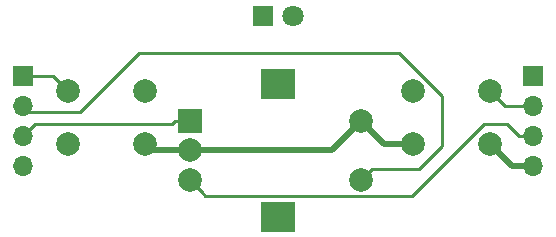
<source format=gbr>
G04 #@! TF.GenerationSoftware,KiCad,Pcbnew,(5.0.2-5)-5*
G04 #@! TF.CreationDate,2019-10-01T20:51:56+03:00*
G04 #@! TF.ProjectId,nav_panel,6e61765f-7061-46e6-956c-2e6b69636164,rev?*
G04 #@! TF.SameCoordinates,Original*
G04 #@! TF.FileFunction,Copper,L1,Top*
G04 #@! TF.FilePolarity,Positive*
%FSLAX46Y46*%
G04 Gerber Fmt 4.6, Leading zero omitted, Abs format (unit mm)*
G04 Created by KiCad (PCBNEW (5.0.2-5)-5) date 2019 October 01, Tuesday 20:51:56*
%MOMM*%
%LPD*%
G01*
G04 APERTURE LIST*
G04 #@! TA.AperFunction,ComponentPad*
%ADD10R,1.800000X1.800000*%
G04 #@! TD*
G04 #@! TA.AperFunction,ComponentPad*
%ADD11C,1.800000*%
G04 #@! TD*
G04 #@! TA.AperFunction,ComponentPad*
%ADD12C,2.000000*%
G04 #@! TD*
G04 #@! TA.AperFunction,ComponentPad*
%ADD13R,3.000000X2.500000*%
G04 #@! TD*
G04 #@! TA.AperFunction,ComponentPad*
%ADD14R,2.000000X2.000000*%
G04 #@! TD*
G04 #@! TA.AperFunction,ComponentPad*
%ADD15R,1.700000X1.700000*%
G04 #@! TD*
G04 #@! TA.AperFunction,ComponentPad*
%ADD16O,1.700000X1.700000*%
G04 #@! TD*
G04 #@! TA.AperFunction,Conductor*
%ADD17C,0.250000*%
G04 #@! TD*
G04 #@! TA.AperFunction,Conductor*
%ADD18C,0.500000*%
G04 #@! TD*
G04 APERTURE END LIST*
D10*
G04 #@! TO.P,D1,1*
G04 #@! TO.N,GND*
X147320000Y-81280000D03*
D11*
G04 #@! TO.P,D1,2*
G04 #@! TO.N,Net-(D1-Pad2)*
X149860000Y-81280000D03*
G04 #@! TD*
D12*
G04 #@! TO.P,RE1,S2*
G04 #@! TO.N,RE1*
X155597000Y-95170000D03*
G04 #@! TO.P,RE1,S1*
G04 #@! TO.N,+5V*
X155597000Y-90170000D03*
D13*
G04 #@! TO.P,RE1,MP*
G04 #@! TO.N,N/C*
X148597000Y-98270000D03*
X148597000Y-87070000D03*
D12*
G04 #@! TO.P,RE1,B*
G04 #@! TO.N,RE_B*
X141097000Y-95170000D03*
G04 #@! TO.P,RE1,C*
G04 #@! TO.N,+5V*
X141097000Y-92670000D03*
D14*
G04 #@! TO.P,RE1,A*
G04 #@! TO.N,RE_A*
X141097000Y-90170000D03*
G04 #@! TD*
D12*
G04 #@! TO.P,SW1,1*
G04 #@! TO.N,SW1*
X137310000Y-87630000D03*
G04 #@! TO.P,SW1,2*
G04 #@! TO.N,+5V*
X137310000Y-92130000D03*
G04 #@! TO.P,SW1,1*
G04 #@! TO.N,SW1*
X130810000Y-87630000D03*
G04 #@! TO.P,SW1,2*
G04 #@! TO.N,+5V*
X130810000Y-92130000D03*
G04 #@! TD*
G04 #@! TO.P,SW2,2*
G04 #@! TO.N,+5V*
X160020000Y-92130000D03*
G04 #@! TO.P,SW2,1*
G04 #@! TO.N,SW2*
X160020000Y-87630000D03*
G04 #@! TO.P,SW2,2*
G04 #@! TO.N,+5V*
X166520000Y-92130000D03*
G04 #@! TO.P,SW2,1*
G04 #@! TO.N,SW2*
X166520000Y-87630000D03*
G04 #@! TD*
D15*
G04 #@! TO.P,J1,1*
G04 #@! TO.N,SW1*
X127000000Y-86360000D03*
D16*
G04 #@! TO.P,J1,2*
G04 #@! TO.N,RE1*
X127000000Y-88900000D03*
G04 #@! TO.P,J1,3*
G04 #@! TO.N,RE_A*
X127000000Y-91440000D03*
G04 #@! TO.P,J1,4*
G04 #@! TO.N,GND*
X127000000Y-93980000D03*
G04 #@! TD*
G04 #@! TO.P,J2,4*
G04 #@! TO.N,+5V*
X170180000Y-93980000D03*
G04 #@! TO.P,J2,3*
G04 #@! TO.N,RE_B*
X170180000Y-91440000D03*
G04 #@! TO.P,J2,2*
G04 #@! TO.N,SW2*
X170180000Y-88900000D03*
D15*
G04 #@! TO.P,J2,1*
G04 #@! TO.N,LED*
X170180000Y-86360000D03*
G04 #@! TD*
D17*
G04 #@! TO.N,SW1*
X129540000Y-86360000D02*
X130810000Y-87630000D01*
X127000000Y-86360000D02*
X129540000Y-86360000D01*
G04 #@! TO.N,SW2*
X167790000Y-88900000D02*
X166520000Y-87630000D01*
X170180000Y-88900000D02*
X167790000Y-88900000D01*
G04 #@! TO.N,RE_B*
X142096999Y-96169999D02*
X141097000Y-95170000D01*
X142422001Y-96495001D02*
X142096999Y-96169999D01*
X159917999Y-96495001D02*
X142422001Y-96495001D01*
X167961919Y-90424000D02*
X165989000Y-90424000D01*
X168977919Y-91440000D02*
X167961919Y-90424000D01*
X165989000Y-90424000D02*
X159917999Y-96495001D01*
X170180000Y-91440000D02*
X168977919Y-91440000D01*
G04 #@! TO.N,RE1*
X158806002Y-84455000D02*
X136779000Y-84455000D01*
X162433000Y-88081998D02*
X158806002Y-84455000D01*
X127508000Y-89408000D02*
X127000000Y-88900000D01*
X136779000Y-84455000D02*
X131826000Y-89408000D01*
X160528000Y-94234000D02*
X162433000Y-92329000D01*
X131826000Y-89408000D02*
X127508000Y-89408000D01*
X162433000Y-92329000D02*
X162433000Y-88081998D01*
X156533000Y-94234000D02*
X160528000Y-94234000D01*
X155597000Y-95170000D02*
X156533000Y-94234000D01*
G04 #@! TO.N,RE_A*
X139847000Y-90170000D02*
X141097000Y-90170000D01*
X139593000Y-90424000D02*
X139847000Y-90170000D01*
X128016000Y-90424000D02*
X139593000Y-90424000D01*
X127000000Y-91440000D02*
X128016000Y-90424000D01*
D18*
G04 #@! TO.N,+5V*
X168370000Y-93980000D02*
X166520000Y-92130000D01*
X170180000Y-93980000D02*
X168370000Y-93980000D01*
X157557000Y-92130000D02*
X155597000Y-90170000D01*
X160020000Y-92130000D02*
X157557000Y-92130000D01*
X153097000Y-92670000D02*
X141097000Y-92670000D01*
X155597000Y-90170000D02*
X153097000Y-92670000D01*
X137850000Y-92670000D02*
X137310000Y-92130000D01*
X141097000Y-92670000D02*
X137850000Y-92670000D01*
G04 #@! TD*
M02*

</source>
